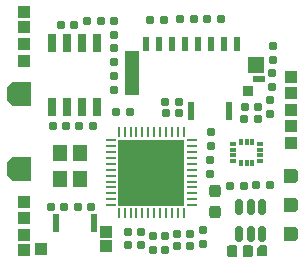
<source format=gbr>
%TF.GenerationSoftware,KiCad,Pcbnew,8.0.5*%
%TF.CreationDate,2024-10-20T03:46:06+02:00*%
%TF.ProjectId,cansatperso,63616e73-6174-4706-9572-736f2e6b6963,rev?*%
%TF.SameCoordinates,Original*%
%TF.FileFunction,Soldermask,Top*%
%TF.FilePolarity,Negative*%
%FSLAX46Y46*%
G04 Gerber Fmt 4.6, Leading zero omitted, Abs format (unit mm)*
G04 Created by KiCad (PCBNEW 8.0.5) date 2024-10-20 03:46:06*
%MOMM*%
%LPD*%
G01*
G04 APERTURE LIST*
G04 Aperture macros list*
%AMRoundRect*
0 Rectangle with rounded corners*
0 $1 Rounding radius*
0 $2 $3 $4 $5 $6 $7 $8 $9 X,Y pos of 4 corners*
0 Add a 4 corners polygon primitive as box body*
4,1,4,$2,$3,$4,$5,$6,$7,$8,$9,$2,$3,0*
0 Add four circle primitives for the rounded corners*
1,1,$1+$1,$2,$3*
1,1,$1+$1,$4,$5*
1,1,$1+$1,$6,$7*
1,1,$1+$1,$8,$9*
0 Add four rect primitives between the rounded corners*
20,1,$1+$1,$2,$3,$4,$5,0*
20,1,$1+$1,$4,$5,$6,$7,0*
20,1,$1+$1,$6,$7,$8,$9,0*
20,1,$1+$1,$8,$9,$2,$3,0*%
%AMOutline5P*
0 Free polygon, 5 corners , with rotation*
0 The origin of the aperture is its center*
0 number of corners: always 5*
0 $1 to $10 corner X, Y*
0 $11 Rotation angle, in degrees counterclockwise*
0 create outline with 5 corners*
4,1,5,$1,$2,$3,$4,$5,$6,$7,$8,$9,$10,$1,$2,$11*%
%AMOutline6P*
0 Free polygon, 6 corners , with rotation*
0 The origin of the aperture is its center*
0 number of corners: always 6*
0 $1 to $12 corner X, Y*
0 $13 Rotation angle, in degrees counterclockwise*
0 create outline with 6 corners*
4,1,6,$1,$2,$3,$4,$5,$6,$7,$8,$9,$10,$11,$12,$1,$2,$13*%
%AMOutline7P*
0 Free polygon, 7 corners , with rotation*
0 The origin of the aperture is its center*
0 number of corners: always 7*
0 $1 to $14 corner X, Y*
0 $15 Rotation angle, in degrees counterclockwise*
0 create outline with 7 corners*
4,1,7,$1,$2,$3,$4,$5,$6,$7,$8,$9,$10,$11,$12,$13,$14,$1,$2,$15*%
%AMOutline8P*
0 Free polygon, 8 corners , with rotation*
0 The origin of the aperture is its center*
0 number of corners: always 8*
0 $1 to $16 corner X, Y*
0 $17 Rotation angle, in degrees counterclockwise*
0 create outline with 8 corners*
4,1,8,$1,$2,$3,$4,$5,$6,$7,$8,$9,$10,$11,$12,$13,$14,$15,$16,$1,$2,$17*%
%AMFreePoly0*
4,1,8,1.000000,0.600000,1.000000,-1.000000,0.000000,-1.000000,-1.000000,-1.000000,-1.000000,0.600000,-0.600000,1.000000,0.600000,1.000000,1.000000,0.600000,1.000000,0.600000,$1*%
G04 Aperture macros list end*
%ADD10RoundRect,0.160000X-0.197500X-0.160000X0.197500X-0.160000X0.197500X0.160000X-0.197500X0.160000X0*%
%ADD11R,0.550000X1.500000*%
%ADD12R,1.000000X1.000000*%
%ADD13RoundRect,0.155000X0.155000X-0.212500X0.155000X0.212500X-0.155000X0.212500X-0.155000X-0.212500X0*%
%ADD14RoundRect,0.155000X-0.155000X0.212500X-0.155000X-0.212500X0.155000X-0.212500X0.155000X0.212500X0*%
%ADD15R,1.200000X1.400000*%
%ADD16RoundRect,0.155000X-0.212500X-0.155000X0.212500X-0.155000X0.212500X0.155000X-0.212500X0.155000X0*%
%ADD17Outline6P,-0.600000X0.360000X-0.360000X0.600000X0.360000X0.600000X0.600000X0.360000X0.600000X-0.600000X-0.600000X-0.600000X270.000000*%
%ADD18RoundRect,0.155000X0.212500X0.155000X-0.212500X0.155000X-0.212500X-0.155000X0.212500X-0.155000X0*%
%ADD19FreePoly0,90.000000*%
%ADD20RoundRect,0.160000X0.197500X0.160000X-0.197500X0.160000X-0.197500X-0.160000X0.197500X-0.160000X0*%
%ADD21RoundRect,0.237500X0.237500X-0.287500X0.237500X0.287500X-0.237500X0.287500X-0.237500X-0.287500X0*%
%ADD22R,0.650000X1.525000*%
%ADD23RoundRect,0.160000X-0.160000X0.197500X-0.160000X-0.197500X0.160000X-0.197500X0.160000X0.197500X0*%
%ADD24RoundRect,0.160000X0.160000X-0.197500X0.160000X0.197500X-0.160000X0.197500X-0.160000X-0.197500X0*%
%ADD25R,0.600000X1.250000*%
%ADD26R,1.200000X3.790000*%
%ADD27R,1.450000X1.400000*%
%ADD28R,1.000000X0.600000*%
%ADD29R,0.950000X0.850000*%
%ADD30RoundRect,0.150000X0.150000X-0.512500X0.150000X0.512500X-0.150000X0.512500X-0.150000X-0.512500X0*%
%ADD31RoundRect,0.062500X-0.375000X-0.062500X0.375000X-0.062500X0.375000X0.062500X-0.375000X0.062500X0*%
%ADD32RoundRect,0.062500X-0.062500X-0.375000X0.062500X-0.375000X0.062500X0.375000X-0.062500X0.375000X0*%
%ADD33R,5.600000X5.600000*%
%ADD34R,0.575000X0.350000*%
%ADD35R,0.350000X0.575000*%
G04 APERTURE END LIST*
D10*
%TO.C,R8*%
X183732500Y-74100000D03*
X184927500Y-74100000D03*
%TD*%
D11*
%TO.C,SW1*%
X175770000Y-91295000D03*
X179020000Y-91295000D03*
%TD*%
D12*
%TO.C,1*%
X173080000Y-74720000D03*
%TD*%
D13*
%TO.C,C32*%
X180720000Y-80007500D03*
X180720000Y-78872500D03*
%TD*%
D14*
%TO.C,C7*%
X185020000Y-92422500D03*
X185020000Y-93557500D03*
%TD*%
D15*
%TO.C,Y1*%
X176110000Y-85390000D03*
X176110000Y-87590000D03*
X177810000Y-87590000D03*
X177810000Y-85390000D03*
%TD*%
D16*
%TO.C,C2*%
X177652500Y-89920000D03*
X178787500Y-89920000D03*
%TD*%
D17*
%TO.C,REF\u002A\u002A2*%
X195660000Y-87340000D03*
%TD*%
D16*
%TO.C,C6*%
X180900000Y-81870000D03*
X182035000Y-81870000D03*
%TD*%
D18*
%TO.C,C12*%
X176507500Y-89920000D03*
X175372500Y-89920000D03*
%TD*%
%TO.C,C10*%
X182997500Y-93140000D03*
X181862500Y-93140000D03*
%TD*%
D19*
%TO.C,*%
X172680000Y-80400000D03*
%TD*%
D12*
%TO.C,7*%
X195700000Y-80300000D03*
%TD*%
D20*
%TO.C,R2*%
X186237500Y-81030000D03*
X185042500Y-81030000D03*
%TD*%
D12*
%TO.C,2*%
X173070000Y-76130000D03*
%TD*%
D16*
%TO.C,C1*%
X190569500Y-88132000D03*
X191704500Y-88132000D03*
%TD*%
D12*
%TO.C,8*%
X195700000Y-78900000D03*
%TD*%
%TO.C,4*%
X195700000Y-84500000D03*
%TD*%
D18*
%TO.C,C16*%
X187467500Y-74010000D03*
X186332500Y-74010000D03*
%TD*%
D21*
%TO.C,D3*%
X189300000Y-90355000D03*
X189300000Y-88605000D03*
%TD*%
D14*
%TO.C,C8*%
X184040000Y-92412500D03*
X184040000Y-93547500D03*
%TD*%
D22*
%TO.C,IC4*%
X175470000Y-81450000D03*
X176740000Y-81450000D03*
X178010000Y-81450000D03*
X179280000Y-81450000D03*
X179280000Y-76026000D03*
X178010000Y-76026000D03*
X176740000Y-76026000D03*
X175470000Y-76026000D03*
%TD*%
D23*
%TO.C,R5*%
X194100000Y-78592500D03*
X194100000Y-79787500D03*
%TD*%
D24*
%TO.C,R24*%
X180690000Y-77697500D03*
X180690000Y-76502500D03*
%TD*%
D12*
%TO.C,REF\u002A\u002A*%
X180000000Y-93270000D03*
%TD*%
D20*
%TO.C,R9*%
X192914500Y-82522000D03*
X191719500Y-82522000D03*
%TD*%
D12*
%TO.C,3*%
X173070000Y-77580000D03*
%TD*%
D13*
%TO.C,C15*%
X194150000Y-77457500D03*
X194150000Y-76322500D03*
%TD*%
D17*
%TO.C,REF\u002A\u002A1*%
X195660000Y-89740000D03*
%TD*%
D23*
%TO.C,R25*%
X180670000Y-74212500D03*
X180670000Y-75407500D03*
%TD*%
D18*
%TO.C,C31*%
X177327500Y-74500000D03*
X176192500Y-74500000D03*
%TD*%
D12*
%TO.C,*%
X173070000Y-73460000D03*
%TD*%
%TO.C,2*%
X173070000Y-92300000D03*
%TD*%
%TO.C,5*%
X195700000Y-83100000D03*
%TD*%
D10*
%TO.C,R26*%
X178412500Y-74210000D03*
X179607500Y-74210000D03*
%TD*%
D12*
%TO.C,1*%
X173070000Y-90900000D03*
%TD*%
D18*
%TO.C,C11*%
X187157500Y-93260000D03*
X186022500Y-93260000D03*
%TD*%
D25*
%TO.C,J2*%
X191110000Y-76155000D03*
X190010000Y-76155000D03*
X188910000Y-76155000D03*
X187810000Y-76155000D03*
X186710000Y-76155000D03*
X185610000Y-76155000D03*
X184510000Y-76155000D03*
X183410000Y-76155000D03*
D26*
X182260000Y-78635000D03*
D27*
X192735000Y-77880000D03*
D28*
X192960000Y-79130000D03*
D29*
X192035000Y-80105000D03*
%TD*%
D30*
%TO.C,U2*%
X191320000Y-92230000D03*
X192270000Y-92230000D03*
X193220000Y-92230000D03*
X193220000Y-89955000D03*
X192270000Y-89955000D03*
X191320000Y-89955000D03*
%TD*%
D12*
%TO.C,6*%
X195700000Y-81700000D03*
%TD*%
D17*
%TO.C,REF\u002A\u002A*%
X195660000Y-92190000D03*
%TD*%
D11*
%TO.C,SW2*%
X187200000Y-81795000D03*
X190450000Y-81795000D03*
%TD*%
D23*
%TO.C,R6*%
X193960000Y-80852500D03*
X193960000Y-82047500D03*
%TD*%
D14*
%TO.C,C4*%
X188800000Y-86002500D03*
X188800000Y-87137500D03*
%TD*%
D12*
%TO.C,*%
X173090000Y-89490000D03*
%TD*%
D18*
%TO.C,C17*%
X193907500Y-88120000D03*
X192772500Y-88120000D03*
%TD*%
%TO.C,C9*%
X183007500Y-92090000D03*
X181872500Y-92090000D03*
%TD*%
D31*
%TO.C,U1*%
X180422500Y-84287500D03*
X180422500Y-84787500D03*
X180422500Y-85287500D03*
X180422500Y-85787500D03*
X180422500Y-86287500D03*
X180422500Y-86787500D03*
X180422500Y-87287500D03*
X180422500Y-87787500D03*
X180422500Y-88287500D03*
X180422500Y-88787500D03*
X180422500Y-89287500D03*
X180422500Y-89787500D03*
D32*
X181110000Y-90475000D03*
X181610000Y-90475000D03*
X182110000Y-90475000D03*
X182610000Y-90475000D03*
X183110000Y-90475000D03*
X183610000Y-90475000D03*
X184110000Y-90475000D03*
X184610000Y-90475000D03*
X185110000Y-90475000D03*
X185610000Y-90475000D03*
X186110000Y-90475000D03*
X186610000Y-90475000D03*
D31*
X187297500Y-89787500D03*
X187297500Y-89287500D03*
X187297500Y-88787500D03*
X187297500Y-88287500D03*
X187297500Y-87787500D03*
X187297500Y-87287500D03*
X187297500Y-86787500D03*
X187297500Y-86287500D03*
X187297500Y-85787500D03*
X187297500Y-85287500D03*
X187297500Y-84787500D03*
X187297500Y-84287500D03*
D32*
X186610000Y-83600000D03*
X186110000Y-83600000D03*
X185610000Y-83600000D03*
X185110000Y-83600000D03*
X184610000Y-83600000D03*
X184110000Y-83600000D03*
X183610000Y-83600000D03*
X183110000Y-83600000D03*
X182610000Y-83600000D03*
X182110000Y-83600000D03*
X181610000Y-83600000D03*
X181110000Y-83600000D03*
D33*
X183860000Y-87037500D03*
%TD*%
D18*
%TO.C,C30*%
X176647500Y-83080000D03*
X175512500Y-83080000D03*
%TD*%
%TO.C,C13*%
X178917500Y-83080000D03*
X177782500Y-83080000D03*
%TD*%
D12*
%TO.C,3*%
X173080000Y-93590000D03*
%TD*%
D19*
%TO.C,REF\u002A\u002A*%
X172675000Y-86705000D03*
%TD*%
D24*
%TO.C,R20*%
X188270000Y-93055000D03*
X188270000Y-91860000D03*
%TD*%
D16*
%TO.C,C5*%
X186052500Y-92250000D03*
X187187500Y-92250000D03*
%TD*%
D18*
%TO.C,C14*%
X192897500Y-81470000D03*
X191762500Y-81470000D03*
%TD*%
D23*
%TO.C,R10*%
X188897000Y-83564500D03*
X188897000Y-84759500D03*
%TD*%
D12*
%TO.C,*%
X180020000Y-92060000D03*
%TD*%
D16*
%TO.C,C3*%
X185072500Y-82000000D03*
X186207500Y-82000000D03*
%TD*%
D34*
%TO.C,IC1*%
X190774000Y-84580000D03*
X190774000Y-85080000D03*
X190774000Y-85580000D03*
X190774000Y-86080000D03*
D35*
X191437000Y-86242000D03*
X191937000Y-86242000D03*
X192437000Y-86242000D03*
D34*
X193100000Y-86080000D03*
X193100000Y-85580000D03*
X193100000Y-85080000D03*
X193100000Y-84580000D03*
D35*
X192437000Y-84418000D03*
X191937000Y-84418000D03*
X191437000Y-84418000D03*
%TD*%
D10*
%TO.C,R7*%
X188582500Y-74030000D03*
X189777500Y-74030000D03*
%TD*%
D12*
%TO.C,*%
X174500000Y-93520000D03*
%TD*%
G36*
X193583039Y-93189685D02*
G01*
X193628794Y-93242489D01*
X193640000Y-93294000D01*
X193640000Y-93996000D01*
X193620315Y-94063039D01*
X193567511Y-94108794D01*
X193516000Y-94120000D01*
X192924000Y-94120000D01*
X192856961Y-94100315D01*
X192811206Y-94047511D01*
X192800000Y-93996000D01*
X192800000Y-93511362D01*
X192819685Y-93444323D01*
X192836319Y-93423681D01*
X193053681Y-93206319D01*
X193115004Y-93172834D01*
X193141362Y-93170000D01*
X193516000Y-93170000D01*
X193583039Y-93189685D01*
G37*
G36*
X191083039Y-93219685D02*
G01*
X191128794Y-93272489D01*
X191140000Y-93324000D01*
X191140000Y-94026000D01*
X191120315Y-94093039D01*
X191067511Y-94138794D01*
X191016000Y-94150000D01*
X190424000Y-94150000D01*
X190356961Y-94130315D01*
X190311206Y-94077511D01*
X190300000Y-94026000D01*
X190300000Y-93324000D01*
X190319685Y-93256961D01*
X190372489Y-93211206D01*
X190424000Y-93200000D01*
X191016000Y-93200000D01*
X191083039Y-93219685D01*
G37*
G36*
X192403039Y-93209685D02*
G01*
X192448794Y-93262489D01*
X192460000Y-93314000D01*
X192460000Y-94016000D01*
X192440315Y-94083039D01*
X192387511Y-94128794D01*
X192336000Y-94140000D01*
X191734000Y-94140000D01*
X191666961Y-94120315D01*
X191621206Y-94067511D01*
X191610000Y-94016000D01*
X191610000Y-93314000D01*
X191629685Y-93246961D01*
X191682489Y-93201206D01*
X191734000Y-93190000D01*
X192336000Y-93190000D01*
X192403039Y-93209685D01*
G37*
M02*

</source>
